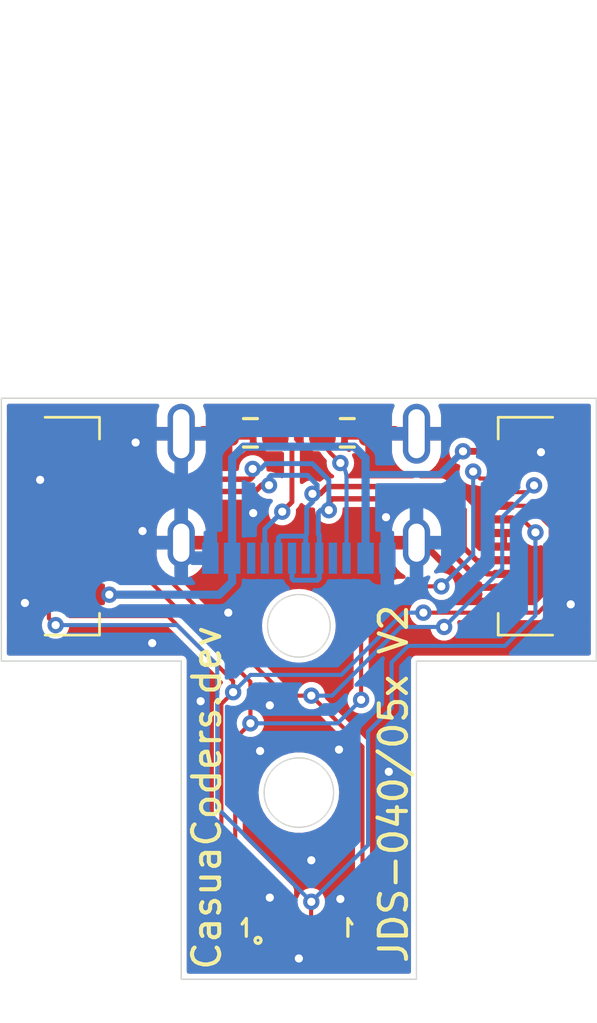
<source format=kicad_pcb>
(kicad_pcb (version 20240108) (generator "pcbnew") (generator_version "8.0")
  (layers (0 "F.Cu" signal) (31 "B.Cu" signal) (34 "B.Paste" user) (35 "F.Paste" user) (36 "B.SilkS" user "B.Silkscreen") (37 "F.SilkS" user "F.Silkscreen") (38 "B.Mask" user) (39 "F.Mask" user) (44 "Edge.Cuts" user))
  (net 0 "")
  (net 1 "GND")
  (net 2 "+5V")
  (net 3 "Net-(J4-CC2)")
  (net 4 "Net-(J4-CC1)")
  (net 5 "RED")
  (net 6 "ANODE")
  (net 7 "GREEN")
  (net 8 "BLUE")
  (net 9 "USBD+")
  (net 10 "USBD-")
  (footprint "Connector_Custom:FPC_Connector" (layer "F.Cu") (at 59.537 62.103 -90)
    (property "Reference" "J3" (hide yes))
    (property "Value" "Conn_01x12" (hide yes))
    (fp_line (start -4 1.8) (end -4 -0.2) (stroke (width 0.1)) (layer "F.SilkS"))
    (fp_line (start 4 1.8) (end 4 -0.2) (stroke (width 0.1)) (layer "F.SilkS"))
    (fp_line (start -4 -0.2) (end -3.2 -0.2) (stroke (width 0.1)) (layer "F.SilkS"))
    (fp_line (start 4 -0.2) (end 3.2 -0.2) (stroke (width 0.1)) (layer "F.SilkS"))
    (pad "" smd roundrect (at -3.75 2.5 270) (size 0.4 0.8) (layers "F.Cu" "F.Paste" "F.Mask"))
    (pad "" smd roundrect (at 3.75 2.5 270) (size 0.4 0.8) (layers "F.Cu" "F.Paste" "F.Mask"))
    (pad "1" smd roundrect (at -2.75 0 270) (size 0.3 0.8) (layers "F.Cu" "F.Paste" "F.Mask") (net 1 "GND"))
    (pad "2" smd roundrect (at -2.25 0 270) (size 0.3 0.8) (layers "F.Cu" "F.Paste" "F.Mask") (net 1 "GND"))
    (pad "3" smd roundrect (at -1.75 0 270) (size 0.3 0.8) (layers "F.Cu" "F.Paste" "F.Mask") (net 9 "USBD+"))
    (pad "4" smd roundrect (at -1.25 0 270) (size 0.3 0.8) (layers "F.Cu" "F.Paste" "F.Mask") (net 10 "USBD-"))
    (pad "5" smd roundrect (at -0.75 0 270) (size 0.3 0.8) (layers "F.Cu" "F.Paste" "F.Mask") (net 1 "GND"))
    (pad "6" smd roundrect (at -0.25 0 270) (size 0.3 0.8) (layers "F.Cu" "F.Paste" "F.Mask") (net 1 "GND"))
    (pad "7" smd roundrect (at 0.25 0 270) (size 0.3 0.8) (layers "F.Cu" "F.Paste" "F.Mask") (net 7 "GREEN"))
    (pad "8" smd roundrect (at 0.75 0 270) (size 0.3 0.8) (layers "F.Cu" "F.Paste" "F.Mask") (net 5 "RED"))
    (pad "9" smd roundrect (at 1.25 0 270) (size 0.3 0.8) (layers "F.Cu" "F.Paste" "F.Mask") (net 8 "BLUE"))
    (pad "10" smd roundrect (at 1.75 0 270) (size 0.3 0.8) (layers "F.Cu" "F.Paste" "F.Mask") (net 6 "ANODE"))
    (pad "11" smd roundrect (at 2.25 0 270) (size 0.3 0.8) (layers "F.Cu" "F.Paste" "F.Mask") (net 2 "+5V"))
    (pad "12" smd roundrect (at 2.75 0 270) (size 0.3 0.8) (layers "F.Cu" "F.Paste" "F.Mask") (net 2 "+5V"))
  )
  (footprint "Resistor_SMD:R_0603_1608Metric_Pad0.98x0.95mm_HandSolder" (layer "F.Cu") (at 65.278 58.674 180)
    (property "Reference" "R4" (hide yes))
    (property "Value" "5.1k")
    (fp_line (start -0.254724 0.5225) (end 0.254724 0.5225) (stroke (width 0.12)) (layer "F.SilkS"))
    (fp_line (start -0.254724 -0.5225) (end 0.254724 -0.5225) (stroke (width 0.12)) (layer "F.SilkS"))
    (pad "1" smd roundrect (at -0.9125 0 180) (size 0.975 0.95) (layers "F.Cu" "F.Paste" "F.Mask") (net 4 "Net-(J4-CC1)"))
    (pad "2" smd roundrect (at 0.9125 0 180) (size 0.975 0.95) (layers "F.Cu" "F.Paste" "F.Mask") (net 1 "GND"))
  )
  (footprint "Resistor_SMD:R_0603_1608Metric_Pad0.98x0.95mm_HandSolder" (layer "F.Cu") (at 68.834 58.674 180)
    (property "Reference" "R3" (hide yes))
    (property "Value" "5.1k")
    (fp_line (start -0.254724 0.5225) (end 0.254724 0.5225) (stroke (width 0.12)) (layer "F.SilkS"))
    (fp_line (start -0.254724 -0.5225) (end 0.254724 -0.5225) (stroke (width 0.12)) (layer "F.SilkS"))
    (pad "1" smd roundrect (at -0.9125 0 180) (size 0.975 0.95) (layers "F.Cu" "F.Paste" "F.Mask") (net 1 "GND"))
    (pad "2" smd roundrect (at 0.9125 0 180) (size 0.975 0.95) (layers "F.Cu" "F.Paste" "F.Mask") (net 3 "Net-(J4-CC2)"))
  )
  (footprint "LED_Custom:FM-3510RGBA-SG" (layer "F.Cu") (at 67.056 76.962)
    (property "Reference" "D1" (hide yes))
    (property "Value" "LED_RAGB")
    (fp_line (start -1.93 -0.45) (end -2.08 -0.25) (stroke (width 0.12)) (layer "F.SilkS"))
    (fp_line (start -1.93 0.2) (end -1.93 -0.45) (stroke (width 0.12)) (layer "F.SilkS"))
    (fp_line (start 1.8 -0.45) (end 1.95 -0.25) (stroke (width 0.12)) (layer "F.SilkS"))
    (fp_line (start 1.8 0.2) (end 1.8 -0.45) (stroke (width 0.12)) (layer "F.SilkS"))
    (fp_circle (center -1.5 0.35) (end -1.45 0.35) (stroke (width 0.12)) (fill none) (layer "F.SilkS"))
    (pad "1" smd rect (at -1.52 -0.085) (size 0.6 0.5) (layers "F.Cu" "F.Paste" "F.Mask") (net 5 "RED"))
    (pad "2" smd rect (at -0.45 0.04) (size 0.44 0.75) (layers "F.Cu" "F.Paste" "F.Mask") (net 6 "ANODE"))
    (pad "3" smd rect (at 0.45 0.04) (size 0.44 0.75) (layers "F.Cu" "F.Paste" "F.Mask") (net 7 "GREEN"))
    (pad "4" smd rect (at 1.4 -0.085) (size 0.6 0.5) (layers "F.Cu" "F.Paste" "F.Mask") (net 8 "BLUE"))
  )
  (footprint "Connector_Custom:FPC_Connector" (layer "F.Cu") (at 74.575 62.103 90)
    (property "Reference" "J2" (hide yes))
    (property "Value" "Conn_01x12" (hide yes))
    (fp_line (start 4 -0.2) (end 3.2 -0.2) (stroke (width 0.1)) (layer "F.SilkS"))
    (fp_line (start -4 -0.2) (end -3.2 -0.2) (stroke (width 0.1)) (layer "F.SilkS"))
    (fp_line (start 4 1.8) (end 4 -0.2) (stroke (width 0.1)) (layer "F.SilkS"))
    (fp_line (start -4 1.8) (end -4 -0.2) (stroke (width 0.1)) (layer "F.SilkS"))
    (pad "" smd roundrect (at -3.75 2.5 90) (size 0.4 0.8) (layers "F.Cu" "F.Paste" "F.Mask"))
    (pad "" smd roundrect (at 3.75 2.5 90) (size 0.4 0.8) (layers "F.Cu" "F.Paste" "F.Mask"))
    (pad "1" smd roundrect (at -2.75 0 90) (size 0.3 0.8) (layers "F.Cu" "F.Paste" "F.Mask") (net 1 "GND"))
    (pad "2" smd roundrect (at -2.25 0 90) (size 0.3 0.8) (layers "F.Cu" "F.Paste" "F.Mask") (net 1 "GND"))
    (pad "3" smd roundrect (at -1.75 0 90) (size 0.3 0.8) (layers "F.Cu" "F.Paste" "F.Mask") (net 9 "USBD+"))
    (pad "4" smd roundrect (at -1.25 0 90) (size 0.3 0.8) (layers "F.Cu" "F.Paste" "F.Mask") (net 10 "USBD-"))
    (pad "5" smd roundrect (at -0.75 0 90) (size 0.3 0.8) (layers "F.Cu" "F.Paste" "F.Mask") (net 1 "GND"))
    (pad "6" smd roundrect (at -0.25 0 90) (size 0.3 0.8) (layers "F.Cu" "F.Paste" "F.Mask") (net 1 "GND"))
    (pad "7" smd roundrect (at 0.25 0 90) (size 0.3 0.8) (layers "F.Cu" "F.Paste" "F.Mask") (net 7 "GREEN"))
    (pad "8" smd roundrect (at 0.75 0 90) (size 0.3 0.8) (layers "F.Cu" "F.Paste" "F.Mask") (net 5 "RED"))
    (pad "9" smd roundrect (at 1.25 0 90) (size 0.3 0.8) (layers "F.Cu" "F.Paste" "F.Mask") (net 8 "BLUE"))
    (pad "10" smd roundrect (at 1.75 0 90) (size 0.3 0.8) (layers "F.Cu" "F.Paste" "F.Mask") (net 6 "ANODE"))
    (pad "11" smd roundrect (at 2.25 0 90) (size 0.3 0.8) (layers "F.Cu" "F.Paste" "F.Mask") (net 2 "+5V"))
    (pad "12" smd roundrect (at 2.75 0 90) (size 0.3 0.8) (layers "F.Cu" "F.Paste" "F.Mask") (net 2 "+5V"))
  )
  (footprint "Connector_Custom:USB_C" (layer "B.Cu") (at 67.056 59.2328)
    (property "Reference" "J4" (hide yes))
    (property "Value" "USB_C_Receptacle_USB2.0_16P" (hide yes))
    (pad "A1" smd rect (at -3.25 4.045) (size 0.6 1.14) (layers "B.Cu" "B.Paste" "B.Mask") (net 1 "GND"))
    (pad "A4" smd rect (at -2.45 4.045) (size 0.6 1.14) (layers "B.Cu" "B.Paste" "B.Mask") (net 2 "+5V"))
    (pad "A5" smd rect (at -1.25 4.045) (size 0.3 1.14) (layers "B.Cu" "B.Paste" "B.Mask") (net 4 "Net-(J4-CC1)"))
    (pad "A6" smd rect (at -0.25 4.045) (size 0.3 1.14) (layers "B.Cu" "B.Paste" "B.Mask") (net 9 "USBD+"))
    (pad "A7" smd rect (at 0.25 4.045) (size 0.3 1.14) (layers "B.Cu" "B.Paste" "B.Mask") (net 10 "USBD-"))
    (pad "A8" smd rect (at 1.25 4.045) (size 0.3 1.14) (layers "B.Cu" "B.Paste" "B.Mask"))
    (pad "A9" smd rect (at 2.45 4.045) (size 0.6 1.14) (layers "B.Cu" "B.Paste" "B.Mask") (net 2 "+5V"))
    (pad "A12" smd rect (at 3.25 4.045) (size 0.6 1.14) (layers "B.Cu" "B.Paste" "B.Mask") (net 1 "GND"))
    (pad "B1" smd rect (at 3.25 4.045) (size 0.6 1.14) (layers "B.Cu" "B.Paste" "B.Mask") (net 1 "GND"))
    (pad "B4" smd rect (at 2.45 4.045) (size 0.6 1.14) (layers "B.Cu" "B.Paste" "B.Mask") (net 2 "+5V"))
    (pad "B5" smd rect (at 1.75 4.045) (size 0.3 1.14) (layers "B.Cu" "B.Paste" "B.Mask") (net 3 "Net-(J4-CC2)"))
    (pad "B6" smd rect (at 0.75 4.045) (size 0.3 1.14) (layers "B.Cu" "B.Paste" "B.Mask") (net 9 "USBD+"))
    (pad "B7" smd rect (at -0.75 4.045) (size 0.3 1.14) (layers "B.Cu" "B.Paste" "B.Mask") (net 10 "USBD-"))
    (pad "B8" smd rect (at -1.75 4.045) (size 0.3 1.14) (layers "B.Cu" "B.Paste" "B.Mask"))
    (pad "B9" smd rect (at -2.45 4.045) (size 0.6 1.14) (layers "B.Cu" "B.Paste" "B.Mask") (net 2 "+5V"))
    (pad "B12" smd rect (at -3.25 4.045) (size 0.6 1.14) (layers "B.Cu" "B.Paste" "B.Mask") (net 1 "GND"))
    (pad "S1" thru_hole oval (at -4.32 -0.525) (size 1 2.2) (drill oval 0.6 1.8) (layers "*.Cu" "*.Mask") (net 1 "GND"))
    (pad "S1" thru_hole oval (at -4.32 3.475) (size 1 1.8) (drill oval 0.6 1.4) (layers "*.Cu" "*.Mask") (net 1 "GND"))
    (pad "S1" thru_hole oval (at 4.32 -0.525) (size 1 2.2) (drill oval 0.6 1.8) (layers "*.Cu" "*.Mask") (net 1 "GND"))
    (pad "S1" thru_hole oval (at 4.32 3.475) (size 1 1.8) (drill oval 0.6 1.4) (layers "*.Cu" "*.Mask") (net 1 "GND"))
  )
  (gr_line (start 62.738 67.056) (end 62.738 78.74) (stroke (width 0.05)) (layer "Edge.Cuts"))
  (gr_circle (center 67.056 71.886226) (end 68.331 71.886226) (stroke (width 0.05)) (fill none) (layer "Edge.Cuts"))
  (gr_line (start 77.978 67.056) (end 77.978 57.404) (stroke (width 0.05)) (layer "Edge.Cuts"))
  (gr_line (start 62.738 67.056) (end 56.134 67.056) (stroke (width 0.05)) (layer "Edge.Cuts"))
  (gr_line (start 56.134 67.056) (end 56.134 57.404) (stroke (width 0.05)) (layer "Edge.Cuts"))
  (gr_line (start 77.978 67.056) (end 71.374 67.056) (stroke (width 0.05)) (layer "Edge.Cuts"))
  (gr_line (start 77.978 57.404) (end 56.134 57.404) (stroke (width 0.05)) (layer "Edge.Cuts"))
  (gr_line (start 62.738 78.74) (end 71.374 78.74) (stroke (width 0.05)) (layer "Edge.Cuts"))
  (gr_circle (center 67.056 65.761226) (end 68.206 65.761226) (stroke (width 0.05)) (fill none) (layer "Edge.Cuts"))
  (gr_line (start 71.374 78.74) (end 71.374 67.056) (stroke (width 0.05)) (layer "Edge.Cuts"))
  (gr_text "CasuaCoders.dev" (at 64.262 78.486 90) (layer "F.SilkS") (effects (font (size 1 1)) (justify left bottom)))
  (gr_text "JDS-040/05x V2" (at 71.12 78.232 90) (layer "F.SilkS") (effects (font (size 1 1)) (justify left bottom)))
  (segment (start 75.1518 64.853) (end 75.2454 64.7594) (width 0.25) (layer "F.Cu") (net 1))
  (segment (start 74.575 62.353) (end 74.175001 62.353) (width 0.25) (layer "F.Cu") (net 1))
  (segment (start 59.537 61.353) (end 60.845 61.353) (width 0.25) (layer "F.Cu") (net 1))
  (segment (start 74.575 64.853) (end 75.1518 64.853) (width 0.25) (layer "F.Cu") (net 1))
  (segment (start 73.9274 62.853) (end 73.5584 62.484) (width 0.25) (layer "F.Cu") (net 1))
  (segment (start 74.575 62.353) (end 74.1386 62.353) (width 0.25) (layer "F.Cu") (net 1))
  (segment (start 59.537 59.353) (end 60.7382 59.353) (width 0.25) (layer "F.Cu") (net 1))
  (segment (start 75.25 64.3484) (end 75.25 63.128001) (width 0.25) (layer "F.Cu") (net 1))
  (segment (start 60.7382 59.353) (end 61.0616 59.0296) (width 0.25) (layer "F.Cu") (net 1))
  (segment (start 59.537 61.353) (end 59.537 61.853) (width 0.25) (layer "F.Cu") (net 1))
  (segment (start 59.537 59.353) (end 59.537 59.853) (width 0.25) (layer "F.Cu") (net 1))
  (segment (start 74.974999 62.853) (end 74.575 62.853) (width 0.25) (layer "F.Cu") (net 1))
  (segment (start 59.537 61.853) (end 58.289 61.853) (width 0.25) (layer "F.Cu") (net 1))
  (segment (start 59.537 61.353) (end 58.674 61.353) (width 0.25) (layer "F.Cu") (net 1))
  (segment (start 59.537 59.853) (end 58.1766 59.853) (width 0.25) (layer "F.Cu") (net 1))
  (segment (start 59.537 61.853) (end 60.7354 61.853) (width 0.25) (layer "F.Cu") (net 1))
  (segment (start 74.575 64.853) (end 73.5076 64.853) (width 0.25) (layer "F.Cu") (net 1))
  (segment (start 74.575 62.853) (end 73.9274 62.853) (width 0.25) (layer "F.Cu") (net 1))
  (segment (start 59.537 59.353) (end 58.2862 59.353) (width 0.25) (layer "F.Cu") (net 1))
  (segment (start 74.575 62.353) (end 74.575 62.853) (width 0.25) (layer "F.Cu") (net 1))
  (segment (start 75.2454 64.7594) (end 75.2454 64.353) (width 0.25) (layer "F.Cu") (net 1))
  (segment (start 73.6092 61.787199) (end 73.6092 61.7728) (width 0.25) (layer "F.Cu") (net 1))
  (segment (start 74.575 64.353) (end 73.2642 64.353) (width 0.25) (layer "F.Cu") (net 1))
  (segment (start 75.25 63.128001) (end 74.974999 62.853) (width 0.25) (layer "F.Cu") (net 1))
  (segment (start 74.575 64.353) (end 75.2454 64.353) (width 0.25) (layer "F.Cu") (net 1))
  (segment (start 59.537 59.853) (end 60.797 59.853) (width 0.25) (layer "F.Cu") (net 1))
  (segment (start 71.5978 62.7078) (end 72.5424 63.6524) (width 0.25) (layer "F.Cu") (net 1))
  (segment (start 74.175001 62.353) (end 73.6092 61.787199) (width 0.25) (layer "F.Cu") (net 1))
  (segment (start 75.2454 64.353) (end 75.25 64.3484) (width 0.25) (layer "F.Cu") (net 1))
  (segment (start 71.376 62.7078) (end 71.5978 62.7078) (width 0.25) (layer "F.Cu") (net 1))
  (via (at 61.0616 59.0296) (size 0.6) (drill 0.3) (layers "F.Cu" "B.Cu") (net 1))
  (via (at 67.5132 74.3712) (size 0.6) (drill 0.3) (layers "F.Cu" "B.Cu") (net 1))
  (via (at 65.9892 68.6816) (size 0.6) (drill 0.3) (layers "F.Cu" "B.Cu") (net 1))
  (via (at 68.5292 70.3072) (size 0.6) (drill 0.3) (layers "F.Cu" "B.Cu") (net 1))
  (via (at 61.3156 62.2808) (size 0.6) (drill 0.3) (layers "F.Cu" "B.Cu") (net 1))
  (via (at 56.9976 64.9224) (size 0.6) (drill 0.3) (layers "F.Cu" "B.Cu") (net 1))
  (via (at 67.056 77.978) (size 0.6) (drill 0.3) (layers "F.Cu" "B.Cu") (net 1))
  (via (at 77.0382 64.9732) (size 0.6) (drill 0.3) (layers "F.Cu" "B.Cu") (net 1))
  (via (at 65.3796 61.6204) (size 0.6) (drill 0.3) (layers "F.Cu" "B.Cu") (net 1))
  (via (at 65.9892 75.7428) (size 0.6) (drill 0.3) (layers "F.Cu" "B.Cu") (net 1))
  (via (at 63.4492 68.5292) (size 0.6) (drill 0.3) (layers "F.Cu" "B.Cu") (net 1))
  (via (at 64.4652 65.278) (size 0.6) (drill 0.3) (layers "F.Cu" "B.Cu") (net 1))
  (via (at 57.5564 60.4012) (size 0.6) (drill 0.3) (layers "F.Cu" "B.Cu") (net 1))
  (via (at 70.358 71.12) (size 0.6) (drill 0.3) (layers "F.Cu" "B.Cu") (net 1))
  (via (at 75.946 59.3852) (size 0.6) (drill 0.3) (layers "F.Cu" "B.Cu") (net 1))
  (via (at 65.6336 70.358) (size 0.6) (drill 0.3) (layers "F.Cu" "B.Cu") (net 1))
  (via (at 68.58 75.7936) (size 0.6) (drill 0.3) (layers "F.Cu" "B.Cu") (net 1))
  (via (at 70.2564 61.7728) (size 0.6) (drill 0.3) (layers "F.Cu" "B.Cu") (net 1))
  (via (at 61.6712 66.3956) (size 0.6) (drill 0.3) (layers "F.Cu" "B.Cu") (net 1))
  (segment (start 74.575 59.853) (end 74.575 59.353) (width 0.25) (layer "F.Cu") (net 2))
  (segment (start 60.0964 64.6176) (end 59.8016 64.6176) (width 0.3) (layer "F.Cu") (net 2))
  (segment (start 59.8016 64.6176) (end 59.537 64.353) (width 0.3) (layer "F.Cu") (net 2))
  (segment (start 73.0826 59.353) (end 74.575 59.353) (width 0.25) (layer "F.Cu") (net 2))
  (segment (start 59.7724 64.6176) (end 59.537 64.853) (width 0.3) (layer "F.Cu") (net 2))
  (segment (start 60.0964 64.6176) (end 59.7724 64.6176) (width 0.3) (layer "F.Cu") (net 2))
  (via (at 73.0826 59.353) (size 0.6) (drill 0.3) (layers "F.Cu" "B.Cu") (net 2))
  (via (at 60.0964 64.6176) (size 0.6) (drill 0.3) (layers "F.Cu" "B.Cu") (net 2))
  (segment (start 60.0964 64.6176) (end 64.1362 64.6176) (width 0.3) (layer "B.Cu") (net 2))
  (segment (start 69.506 60.198) (end 69.506 59.6) (width 0.3) (layer "B.Cu") (net 2))
  (segment (start 64.606 59.6) (end 64.606 63.2778) (width 0.3) (layer "B.Cu") (net 2))
  (segment (start 64.1362 64.6176) (end 64.606 64.1478) (width 0.3) (layer "B.Cu") (net 2))
  (segment (start 69.506 59.6) (end 69.088 59.182) (width 0.3) (layer "B.Cu") (net 2))
  (segment (start 73.0826 59.353) (end 72.2376 60.198) (width 0.25) (layer "B.Cu") (net 2))
  (segment (start 72.2376 60.198) (end 69.506 60.198) (width 0.25) (layer "B.Cu") (net 2))
  (segment (start 69.506 63.2778) (end 69.506 60.198) (width 0.3) (layer "B.Cu") (net 2))
  (segment (start 64.606 64.1478) (end 64.606 63.2778) (width 0.3) (layer "B.Cu") (net 2))
  (segment (start 69.088 59.182) (end 65.024 59.182) (width 0.3) (layer "B.Cu") (net 2))
  (segment (start 65.024 59.182) (end 64.606 59.6) (width 0.3) (layer "B.Cu") (net 2))
  (segment (start 68.58 59.782) (end 68.239345 59.441345) (width 0.15) (layer "F.Cu") (net 3))
  (via (at 68.58 59.782) (size 0.6) (drill 0.3) (layers "F.Cu" "B.Cu") (net 3))
  (arc (start 68.239345 59.441345) (mid 68.004105 59.089284) (end 67.9215 58.674) (width 0.15) (layer "F.Cu") (net 3))
  (segment (start 68.806 60.452) (end 68.806 60.327612) (width 0.15) (layer "B.Cu") (net 3))
  (segment (start 68.806 63.2778) (end 68.806 60.452) (width 0.15) (layer "B.Cu") (net 3))
  (arc (start 68.806 60.327612) (mid 68.747265 60.032329) (end 68.58 59.782) (width 0.15) (layer "B.Cu") (net 3))
  (segment (start 66.802 61.214) (end 66.802 59.2855) (width 0.18) (layer "F.Cu") (net 4))
  (segment (start 66.802 59.2855) (end 66.1905 58.674) (width 0.18) (layer "F.Cu") (net 4))
  (segment (start 66.4464 61.5696) (end 66.802 61.214) (width 0.18) (layer "F.Cu") (net 4))
  (via (at 66.4464 61.5696) (size 0.6) (drill 0.3) (layers "F.Cu" "B.Cu") (net 4))
  (segment (start 66.4464 61.5696) (end 65.806 62.21) (width 0.18) (layer "B.Cu") (net 4))
  (segment (start 65.806 62.21) (end 65.806 63.2778) (width 0.18) (layer "B.Cu") (net 4))
  (segment (start 76.3016 64.8208) (end 76.3016 62.1284) (width 0.15) (layer "F.Cu") (net 5))
  (segment (start 58.6486 65.405) (end 58.3184 65.0748) (width 0.15) (layer "F.Cu") (net 5))
  (segment (start 58.3184 65.0748) (end 58.3184 63.1952) (width 0.15) (layer "F.Cu") (net 5))
  (segment (start 64.2112 68.6308) (end 64.2112 74.8284) (width 0.15) (layer "F.Cu") (net 5))
  (segment (start 76.3016 62.1284) (end 75.5262 61.353) (width 0.15) (layer "F.Cu") (net 5))
  (segment (start 65.536 76.1532) (end 65.536 76.877) (width 0.15) (layer "F.Cu") (net 5))
  (segment (start 75.5262 61.353) (end 74.575 61.353) (width 0.15) (layer "F.Cu") (net 5))
  (segment (start 58.3184 63.1952) (end 58.6606 62.853) (width 0.15) (layer "F.Cu") (net 5))
  (segment (start 64.2112 74.8284) (end 65.536 76.1532) (width 0.15) (layer "F.Cu") (net 5))
  (segment (start 64.643 67.7926) (end 62.2554 65.405) (width 0.15) (layer "F.Cu") (net 5))
  (segment (start 62.2554 65.405) (end 58.6486 65.405) (width 0.15) (layer "F.Cu") (net 5))
  (segment (start 58.6606 62.853) (end 59.537 62.853) (width 0.15) (layer "F.Cu") (net 5))
  (segment (start 71.628 65.278) (end 75.8444 65.278) (width 0.15) (layer "F.Cu") (net 5))
  (segment (start 64.643 68.199) (end 64.643 67.7926) (width 0.15) (layer "F.Cu") (net 5))
  (segment (start 75.8444 65.278) (end 76.3016 64.8208) (width 0.15) (layer "F.Cu") (net 5))
  (segment (start 64.643 68.199) (end 64.2112 68.6308) (width 0.15) (layer "F.Cu") (net 5))
  (via (at 64.643 68.199) (size 0.6) (drill 0.3) (layers "F.Cu" "B.Cu") (net 5))
  (via (at 71.628 65.278) (size 0.6) (drill 0.3) (layers "F.Cu" "B.Cu") (net 5))
  (segment (start 70.898936 65.278) (end 71.628 65.278) (width 0.15) (layer "B.Cu") (net 5))
  (segment (start 64.643 68.199) (end 65.278 67.564) (width 0.15) (layer "B.Cu") (net 5))
  (segment (start 65.278 67.564) (end 68.612936 67.564) (width 0.15) (layer "B.Cu") (net 5))
  (segment (start 68.612936 67.564) (end 70.898936 65.278) (width 0.15) (layer "B.Cu") (net 5))
  (segment (start 65.278 69.342) (end 64.7192 69.9008) (width 0.15) (layer "F.Cu") (net 6))
  (segment (start 65.278 67.818) (end 65.278 69.342) (width 0.15) (layer "F.Cu") (net 6))
  (segment (start 61.313 63.853) (end 65.278 67.818) (width 0.15) (layer "F.Cu") (net 6))
  (segment (start 64.7192 69.9008) (end 64.7192 73.6092) (width 0.15) (layer "F.Cu") (net 6))
  (segment (start 66.606 75.496) (end 66.606 77.002) (width 0.15) (layer "F.Cu") (net 6))
  (segment (start 70.7136 64.3128) (end 69.6468 65.3796) (width 0.15) (layer "F.Cu") (net 6))
  (segment (start 73.7134 60.353) (end 73.4568 60.0964) (width 0.15) (layer "F.Cu") (net 6))
  (segment (start 64.7192 73.6092) (end 66.606 75.496) (width 0.15) (layer "F.Cu") (net 6))
  (segment (start 69.342 65.6844) (end 69.342 68.4784) (width 0.15) (layer "F.Cu") (net 6))
  (segment (start 74.575 60.353) (end 73.7134 60.353) (width 0.15) (layer "F.Cu") (net 6))
  (segment (start 59.537 63.853) (end 61.313 63.853) (width 0.15) (layer "F.Cu") (net 6))
  (segment (start 72.2884 64.3128) (end 70.7136 64.3128) (width 0.15) (layer "F.Cu") (net 6))
  (segment (start 69.6468 65.3796) (end 69.342 65.6844) (width 0.15) (layer "F.Cu") (net 6))
  (via (at 65.278 69.342) (size 0.6) (drill 0.3) (layers "F.Cu" "B.Cu") (net 6))
  (via (at 73.4568 60.0964) (size 0.6) (drill 0.3) (layers "F.Cu" "B.Cu") (net 6))
  (via (at 72.2884 64.3128) (size 0.6) (drill 0.3) (layers "F.Cu" "B.Cu") (net 6))
  (via (at 69.342 68.4784) (size 0.6) (drill 0.3) (layers "F.Cu" "B.Cu") (net 6))
  (segment (start 73.4568 60.0964) (end 73.4568 63.1444) (width 0.15) (layer "B.Cu") (net 6))
  (segment (start 73.4568 63.1444) (end 72.2884 64.3128) (width 0.15) (layer "B.Cu") (net 6))
  (segment (start 68.4784 69.342) (end 69.342 68.4784) (width 0.15) (layer "B.Cu") (net 6))
  (segment (start 65.278 69.342) (end 68.4784 69.342) (width 0.15) (layer "B.Cu") (net 6))
  (segment (start 58.3478 62.353) (end 59.537 62.353) (width 0.15) (layer "F.Cu") (net 7))
  (segment (start 57.877254 65.486553) (end 57.877254 62.823546) (width 0.15) (layer "F.Cu") (net 7))
  (segment (start 67.506 75.9024) (end 67.5132 75.8952) (width 0.15) (layer "F.Cu") (net 7))
  (segment (start 57.877254 62.823546) (end 58.3478 62.353) (width 0.15) (layer "F.Cu") (net 7))
  (segment (start 67.506 77.08) (end 67.506 77.002) (width 0.15) (layer "F.Cu") (net 7))
  (segment (start 75.2642 61.853) (end 75.7428 62.3316) (width 0.15) (layer "F.Cu") (net 7))
  (segment (start 67.506 77.002) (end 67.506 75.9024) (width 0.15) (layer "F.Cu") (net 7))
  (segment (start 58.125901 65.7352) (end 57.877254 65.486553) (width 0.15) (layer "F.Cu") (net 7))
  (segment (start 74.575 61.853) (end 75.2642 61.853) (width 0.15) (layer "F.Cu") (net 7))
  (via (at 58.125901 65.7352) (size 0.6) (drill 0.3) (layers "F.Cu" "B.Cu") (net 7))
  (via (at 67.5132 75.8952) (size 0.6) (drill 0.3) (layers "F.Cu" "B.Cu") (net 7))
  (via (at 75.7428 62.3316) (size 0.6) (drill 0.3) (layers "F.Cu" "B.Cu") (net 7))
  (segment (start 75.7428 65.3796) (end 74.6252 66.4972) (width 0.15) (layer "B.Cu") (net 7))
  (segment (start 74.6252 66.4972) (end 71.0692 66.4972) (width 0.15) (layer "B.Cu") (net 7))
  (segment (start 58.125901 65.7352) (end 62.5856 65.7352) (width 0.15) (layer "B.Cu") (net 7))
  (segment (start 69.596 69.6468) (end 69.596 73.8124) (width 0.15) (layer "B.Cu") (net 7))
  (segment (start 70.4596 68.7832) (end 69.596 69.6468) (width 0.15) (layer "B.Cu") (net 7))
  (segment (start 69.596 73.8124) (end 67.5132 75.8952) (width 0.15) (layer "B.Cu") (net 7))
  (segment (start 75.7428 62.3316) (end 75.7428 65.3796) (width 0.15) (layer "B.Cu") (net 7))
  (segment (start 64.0588 67.2084) (end 64.0588 72.4408) (width 0.15) (layer "B.Cu") (net 7))
  (segment (start 71.0692 66.4972) (end 70.4596 67.1068) (width 0.15) (layer "B.Cu") (net 7))
  (segment (start 70.4596 67.1068) (end 70.4596 68.7832) (width 0.15) (layer "B.Cu") (net 7))
  (segment (start 62.5856 65.7352) (end 64.0588 67.2084) (width 0.15) (layer "B.Cu") (net 7))
  (segment (start 64.0588 72.4408) (end 67.5132 75.8952) (width 0.15) (layer "B.Cu") (net 7))
  (segment (start 75.692 60.6044) (end 75.4434 60.853) (width 0.15) (layer "F.Cu") (net 8))
  (segment (start 69.3928 70.2056) (end 69.3928 75.9402) (width 0.15) (layer "F.Cu") (net 8))
  (segment (start 61.575 63.353) (end 59.537 63.353) (width 0.15) (layer "F.Cu") (net 8))
  (segment (start 67.5132 68.326) (end 66.548 68.326) (width 0.15) (layer "F.Cu") (net 8))
  (segment (start 66.548 68.326) (end 61.575 63.353) (width 0.15) (layer "F.Cu") (net 8))
  (segment (start 69.3928 75.9402) (end 68.456 76.877) (width 0.15) (layer "F.Cu") (net 8))
  (segment (start 67.5132 68.326) (end 69.3928 70.2056) (width 0.15) (layer "F.Cu") (net 8))
  (segment (start 75.4434 60.853) (end 74.575 60.853) (width 0.15) (layer "F.Cu") (net 8))
  (via (at 75.692 60.6044) (size 0.6) (drill 0.3) (layers "F.Cu" "B.Cu") (net 8))
  (via (at 72.39 65.803) (size 0.6) (drill 0.3) (layers "F.Cu" "B.Cu") (net 8))
  (via (at 67.5132 68.326) (size 0.6) (drill 0.3) (layers "F.Cu" "B.Cu") (net 8))
  (segment (start 72.39 65.803) (end 72.367009 65.803) (width 0.15) (layer "B.Cu") (net 8))
  (segment (start 67.5132 68.326) (end 68.2752 68.326) (width 0.15) (layer "B.Cu") (net 8))
  (segment (start 74.5236 62.1284) (end 74.5236 61.7728) (width 0.15) (layer "B.Cu") (net 8))
  (segment (start 70.7982 65.803) (end 72.39 65.803) (width 0.15) (layer "B.Cu") (net 8))
  (segment (start 68.2752 68.326) (end 70.7982 65.803) (width 0.15) (layer "B.Cu") (net 8))
  (segment (start 74.5236 61.7728) (end 75.692 60.6044) (width 0.15) (layer "B.Cu") (net 8))
  (segment (start 72.39 65.803) (end 74.5236 63.6694) (width 0.15) (layer "B.Cu") (net 8))
  (segment (start 74.5236 63.6694) (end 74.5236 62.1284) (width 0.15) (layer "B.Cu") (net 8))
  (segment (start 73.974999 63.853) (end 74.575 63.853) (width 0.2) (layer "F.Cu") (net 9))
  (segment (start 68.290192 61.098007) (end 72.082807 61.098007) (width 0.2) (layer "F.Cu") (net 9))
  (segment (start 72.673 63.0852) (end 73.4158 63.828) (width 0.2) (layer "F.Cu") (net 9))
  (segment (start 72.082807 61.098007) (end 72.673 61.6882) (width 0.2) (layer "F.Cu") (net 9))
  (segment (start 73.949999 63.828) (end 73.974999 63.853) (width 0.2) (layer "F.Cu") (net 9))
  (segment (start 60.162001 60.378) (end 65.264257 60.378) (width 0.2) (layer "F.Cu") (net 9))
  (segment (start 65.360335 60.281922) (end 65.360335 59.999079) (width 0.2) (layer "F.Cu") (net 9))
  (segment (start 72.673 61.6882) (end 72.673 63.0852) (width 0.2) (layer "F.Cu") (net 9))
  (segment (start 73.4158 63.828) (end 73.949999 63.828) (width 0.2) (layer "F.Cu") (net 9))
  (segment (start 59.537 60.353) (end 60.137001 60.353) (width 0.2) (layer "F.Cu") (net 9))
  (segment (start 68.156521 61.231678) (end 68.290192 61.098007) (width 0.2) (layer "F.Cu") (net 9))
  (segment (start 68.156521 61.514521) (end 68.156521 61.231678) (width 0.2) (layer "F.Cu") (net 9))
  (segment (start 60.137001 60.353) (end 60.162001 60.378) (width 0.2) (layer "F.Cu") (net 9))
  (segment (start 65.264257 60.378) (end 65.360335 60.281922) (width 0.2) (layer "F.Cu") (net 9))
  (via (at 68.156521 61.514521) (size 0.6) (drill 0.3) (layers "F.Cu" "B.Cu") (net 9))
  (via (at 65.360335 59.999079) (size 0.6) (drill 0.3) (layers "F.Cu" "B.Cu") (net 9))
  (segment (start 66.866 64.0878) (end 67.7382 64.0878) (width 0.18) (layer "B.Cu") (net 9))
  (segment (start 68.156521 61.514521) (end 68.156521 60.410265) (width 0.18) (layer "B.Cu") (net 9))
  (segment (start 67.806 62.422799) (end 67.771 62.387799) (width 0.18) (layer "B.Cu") (net 9))
  (segment (start 67.806 63.2778) (end 67.806 62.422799) (width 0.18) (layer "B.Cu") (net 9))
  (segment (start 66.806 64.0278) (end 66.866 64.0878) (width 0.18) (layer "B.Cu") (net 9))
  (segment (start 68.156521 60.410265) (end 67.551456 59.8052) (width 0.18) (layer "B.Cu") (net 9))
  (segment (start 67.859535 61.514521) (end 68.156521 61.514521) (width 0.18) (layer "B.Cu") (net 9))
  (segment (start 65.657321 59.999079) (end 65.360335 59.999079) (width 0.18) (layer "B.Cu") (net 9))
  (segment (start 66.806 63.2778) (end 66.806 64.0278) (width 0.18) (layer "B.Cu") (net 9))
  (segment (start 67.551456 59.8052) (end 65.8512 59.8052) (width 0.18) (layer "B.Cu") (net 9))
  (segment (start 65.8512 59.8052) (end 65.657321 59.999079) (width 0.18) (layer "B.Cu") (net 9))
  (segment (start 67.771 61.603056) (end 67.859535 61.514521) (width 0.18) (layer "B.Cu") (net 9))
  (segment (start 67.806 64.02) (end 67.806 63.2778) (width 0.18) (layer "B.Cu") (net 9))
  (segment (start 67.771 62.387799) (end 67.771 61.603056) (width 0.18) (layer "B.Cu") (net 9))
  (segment (start 67.7382 64.0878) (end 67.806 64.02) (width 0.18) (layer "B.Cu") (net 9))
  (segment (start 65.450655 60.828) (end 65.678534 60.600121) (width 0.2) (layer "F.Cu") (net 10))
  (segment (start 73.123 62.8988) (end 73.6022 63.378) (width 0.2) (layer "F.Cu") (net 10))
  (segment (start 73.949999 63.378) (end 73.974999 63.353) (width 0.2) (layer "F.Cu") (net 10))
  (segment (start 65.678534 60.600121) (end 65.961377 60.600121) (width 0.2) (layer "F.Cu") (net 10))
  (segment (start 60.162001 60.828) (end 65.450655 60.828) (width 0.2) (layer "F.Cu") (net 10))
  (segment (start 67.838322 60.913479) (end 68.103794 60.648007) (width 0.2) (layer "F.Cu") (net 10))
  (segment (start 72.269207 60.648007) (end 73.123 61.5018) (width 0.2) (layer "F.Cu") (net 10))
  (segment (start 67.555479 60.913479) (end 67.838322 60.913479) (width 0.2) (layer "F.Cu") (net 10))
  (segment (start 60.137001 60.853) (end 60.162001 60.828) (width 0.2) (layer "F.Cu") (net 10))
  (segment (start 73.6022 63.378) (end 73.949999 63.378) (width 0.2) (layer "F.Cu") (net 10))
  (segment (start 59.537 60.853) (end 60.137001 60.853) (width 0.2) (layer "F.Cu") (net 10))
  (segment (start 73.123 61.5018) (end 73.123 62.8988) (width 0.2) (layer "F.Cu") (net 10))
  (segment (start 68.103794 60.648007) (end 72.269207 60.648007) (width 0.2) (layer "F.Cu") (net 10))
  (segment (start 73.974999 63.353) (end 74.575 63.353) (width 0.2) (layer "F.Cu") (net 10))
  (via (at 67.555479 60.913479) (size 0.6) (drill 0.3) (layers "F.Cu" "B.Cu") (net 10))
  (via (at 65.961377 60.600121) (size 0.6) (drill 0.3) (layers "F.Cu" "B.Cu") (net 10))
  (segment (start 67.341 61.424944) (end 67.555479 61.210465) (width 0.18) (layer "B.Cu") (net 10))
  (segment (start 67.306 62.5278) (end 67.246 62.4678) (width 0.18) (layer "B.Cu") (net 10))
  (segment (start 67.306 62.422799) (end 67.341 62.387799) (width 0.18) (layer "B.Cu") (net 10))
  (segment (start 67.555479 61.210465) (end 67.555479 60.913479) (width 0.18) (layer "B.Cu") (net 10))
  (segment (start 66.029312 60.2352) (end 65.961377 60.303135) (width 0.18) (layer "B.Cu") (net 10))
  (segment (start 66.366 62.4678) (end 66.306 62.5278) (width 0.18) (layer "B.Cu") (net 10))
  (segment (start 67.306 63.2778) (end 67.306 62.422799) (width 0.18) (layer "B.Cu") (net 10))
  (segment (start 67.726521 60.742437) (end 67.726521 60.588377) (width 0.18) (layer "B.Cu") (net 10))
  (segment (start 67.555479 60.913479) (end 67.726521 60.742437) (width 0.18) (layer "B.Cu") (net 10))
  (segment (start 67.341 62.387799) (end 67.341 61.424944) (width 0.18) (layer "B.Cu") (net 10))
  (segment (start 65.961377 60.303135) (end 65.961377 60.600121) (width 0.18) (layer "B.Cu") (net 10))
  (segment (start 67.306 63.2778) (end 67.306 62.5278) (width 0.18) (layer "B.Cu") (net 10))
  (segment (start 67.726521 60.588377) (end 67.373344 60.2352) (width 0.18) (layer "B.Cu") (net 10))
  (segment (start 66.306 62.5278) (end 66.306 63.2778) (width 0.18) (layer "B.Cu") (net 10))
  (segment (start 67.373344 60.2352) (end 66.029312 60.2352) (width 0.18) (layer "B.Cu") (net 10))
  (segment (start 67.246 62.4678) (end 66.366 62.4678) (width 0.18) (layer "B.Cu") (net 10))
  (zone (net 1) (net_name "GND") (layers "F&B.Cu") (connect_pads (clearance 0.2)) (min_thickness 0.15) (fill yes (thermal_gap 0.4) (thermal_bridge_width 0.5))
    (polygon (pts (xy 56.134 57.404) (xy 77.978 57.404) (xy 77.978 67.056) (xy 71.374 67.056) (xy 71.374 78.74) (xy 62.738 78.74) (xy 62.738 67.056) (xy 56.134 67.056)))
  )
)
</source>
